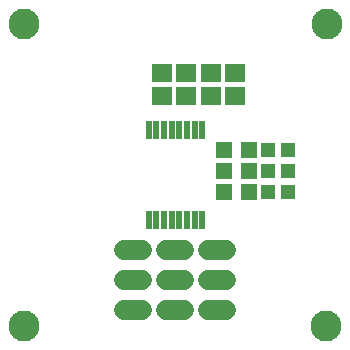
<source format=gbs>
G75*
G70*
%OFA0B0*%
%FSLAX24Y24*%
%IPPOS*%
%LPD*%
%AMOC8*
5,1,8,0,0,1.08239X$1,22.5*
%
%ADD10C,0.1030*%
%ADD11R,0.0230X0.0640*%
%ADD12R,0.0710X0.0592*%
%ADD13R,0.0552X0.0552*%
%ADD14R,0.0474X0.0513*%
%ADD15C,0.0680*%
D10*
X001390Y001394D03*
X011461Y001395D03*
X011477Y011471D03*
X001380Y011481D03*
D11*
X005537Y007926D03*
X005793Y007926D03*
X006048Y007926D03*
X006304Y007926D03*
X006560Y007926D03*
X006816Y007926D03*
X007072Y007926D03*
X007328Y007926D03*
X007328Y004941D03*
X007072Y004941D03*
X006816Y004941D03*
X006560Y004941D03*
X006304Y004941D03*
X006048Y004941D03*
X005793Y004941D03*
X005537Y004941D03*
D12*
X005972Y009060D03*
X005972Y009848D03*
X006802Y009848D03*
X006802Y009060D03*
X007612Y009060D03*
X007612Y009848D03*
X008412Y009848D03*
X008412Y009060D03*
D13*
X008059Y007274D03*
X008059Y006554D03*
X008059Y005854D03*
X008886Y005854D03*
X008886Y006554D03*
X008886Y007274D03*
D14*
X009508Y007254D03*
X010177Y007254D03*
X010177Y006554D03*
X010177Y005854D03*
X009508Y005854D03*
X009508Y006554D03*
D15*
X008132Y003934D02*
X007532Y003934D01*
X006732Y003934D02*
X006132Y003934D01*
X005332Y003934D02*
X004732Y003934D01*
X004732Y002934D02*
X005332Y002934D01*
X006132Y002934D02*
X006732Y002934D01*
X007532Y002934D02*
X008132Y002934D01*
X008132Y001934D02*
X007532Y001934D01*
X006732Y001934D02*
X006132Y001934D01*
X005332Y001934D02*
X004732Y001934D01*
M02*

</source>
